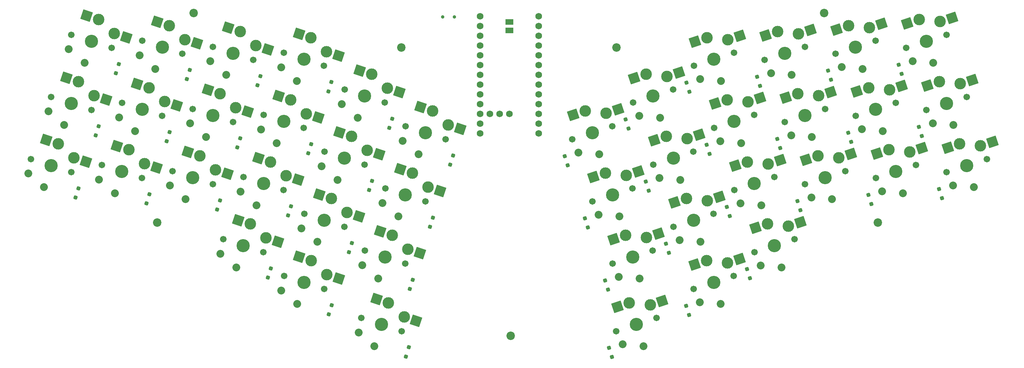
<source format=gbs>
G04 #@! TF.GenerationSoftware,KiCad,Pcbnew,8.0.4*
G04 #@! TF.CreationDate,2024-08-25T16:08:24+07:00*
G04 #@! TF.ProjectId,ozprey,6f7a7072-6579-42e6-9b69-6361645f7063,1.0*
G04 #@! TF.SameCoordinates,Original*
G04 #@! TF.FileFunction,Soldermask,Bot*
G04 #@! TF.FilePolarity,Negative*
%FSLAX46Y46*%
G04 Gerber Fmt 4.6, Leading zero omitted, Abs format (unit mm)*
G04 Created by KiCad (PCBNEW 8.0.4) date 2024-08-25 16:08:24*
%MOMM*%
%LPD*%
G01*
G04 APERTURE LIST*
G04 Aperture macros list*
%AMRoundRect*
0 Rectangle with rounded corners*
0 $1 Rounding radius*
0 $2 $3 $4 $5 $6 $7 $8 $9 X,Y pos of 4 corners*
0 Add a 4 corners polygon primitive as box body*
4,1,4,$2,$3,$4,$5,$6,$7,$8,$9,$2,$3,0*
0 Add four circle primitives for the rounded corners*
1,1,$1+$1,$2,$3*
1,1,$1+$1,$4,$5*
1,1,$1+$1,$6,$7*
1,1,$1+$1,$8,$9*
0 Add four rect primitives between the rounded corners*
20,1,$1+$1,$2,$3,$4,$5,0*
20,1,$1+$1,$4,$5,$6,$7,0*
20,1,$1+$1,$6,$7,$8,$9,0*
20,1,$1+$1,$8,$9,$2,$3,0*%
%AMRotRect*
0 Rectangle, with rotation*
0 The origin of the aperture is its center*
0 $1 length*
0 $2 width*
0 $3 Rotation angle, in degrees counterclockwise*
0 Add horizontal line*
21,1,$1,$2,0,0,$3*%
G04 Aperture macros list end*
%ADD10C,0.100000*%
%ADD11C,2.200000*%
%ADD12RotRect,2.600000X2.600000X18.000000*%
%ADD13C,2.032000*%
%ADD14C,1.701800*%
%ADD15C,3.000000*%
%ADD16C,3.429000*%
%ADD17RotRect,2.600000X2.600000X342.000000*%
%ADD18C,1.752600*%
%ADD19RoundRect,0.250000X0.160510X-0.315018X0.315018X0.160510X-0.160510X0.315018X-0.315018X-0.160510X0*%
%ADD20RoundRect,0.250000X0.315018X-0.160510X0.160510X0.315018X-0.315018X0.160510X-0.160510X-0.315018X0*%
%ADD21C,0.900000*%
G04 APERTURE END LIST*
D10*
G04 #@! TO.C,BATT1*
X149501074Y-58898230D02*
X147501074Y-58898230D01*
X147501074Y-57498230D01*
X149501074Y-57498230D01*
X149501074Y-58898230D01*
G36*
X149501074Y-58898230D02*
G01*
X147501074Y-58898230D01*
X147501074Y-57498230D01*
X149501074Y-57498230D01*
X149501074Y-58898230D01*
G37*
X149501074Y-56699672D02*
X147501074Y-56699672D01*
X147501074Y-55299672D01*
X149501074Y-55299672D01*
X149501074Y-56699672D01*
G36*
X149501074Y-56699672D02*
G01*
X147501074Y-56699672D01*
X147501074Y-55299672D01*
X149501074Y-55299672D01*
X149501074Y-56699672D01*
G37*
G04 #@! TD*
D11*
G04 #@! TO.C,H_M2_7*
X148894174Y-137724072D03*
G04 #@! TD*
G04 #@! TO.C,H_M2_6*
X244394174Y-108224072D03*
G04 #@! TD*
G04 #@! TO.C,H_M2_5*
X230394174Y-53724072D03*
G04 #@! TD*
G04 #@! TO.C,H_M2_4*
X176394174Y-62724072D03*
G04 #@! TD*
G04 #@! TO.C,H_M2_3*
X120394174Y-62724072D03*
G04 #@! TD*
G04 #@! TO.C,H_M2_2*
X56894174Y-108224072D03*
G04 #@! TD*
G04 #@! TO.C,H_M2_1*
X66394174Y-53724072D03*
G04 #@! TD*
D12*
G04 #@! TO.C,SW40*
X263701153Y-54956194D03*
D13*
X253408956Y-66238872D03*
X258813174Y-66691004D03*
D12*
X252036613Y-56433016D03*
D14*
X262220785Y-59380179D03*
D15*
X260586443Y-55968225D03*
D16*
X256989974Y-61079772D03*
D15*
X255151323Y-55420986D03*
D14*
X251759163Y-62779365D03*
G04 #@! TD*
D12*
G04 #@! TO.C,SW37*
X245284253Y-56524094D03*
D13*
X234992056Y-67806772D03*
X240396274Y-68258904D03*
D12*
X233619713Y-58000916D03*
D14*
X243803885Y-60948079D03*
D15*
X242169543Y-57536125D03*
D16*
X238573074Y-62647672D03*
D15*
X236734423Y-56988886D03*
D14*
X233342263Y-64347265D03*
G04 #@! TD*
D12*
G04 #@! TO.C,SW34*
X226867453Y-58091994D03*
D13*
X216575256Y-69374672D03*
X221979474Y-69826804D03*
D12*
X215202913Y-59568816D03*
D14*
X225387085Y-62515979D03*
D15*
X223752743Y-59104025D03*
D16*
X220156274Y-64215572D03*
D15*
X218317623Y-58556786D03*
D14*
X214925463Y-65915165D03*
G04 #@! TD*
D12*
G04 #@! TO.C,SW30*
X208450553Y-59659894D03*
D13*
X198158356Y-70942572D03*
X203562574Y-71394704D03*
D12*
X196786013Y-61136716D03*
D14*
X206970185Y-64083879D03*
D15*
X205335843Y-60671925D03*
D16*
X201739374Y-65783472D03*
D15*
X199900723Y-60124686D03*
D14*
X196508563Y-67483065D03*
G04 #@! TD*
D12*
G04 #@! TO.C,SW26*
X192629353Y-69216594D03*
D13*
X182337156Y-80499272D03*
X187741374Y-80951404D03*
D12*
X180964813Y-70693416D03*
D14*
X191148985Y-73640579D03*
D15*
X189514643Y-70228625D03*
D16*
X185918174Y-75340172D03*
D15*
X184079523Y-69681386D03*
D14*
X180687363Y-77039765D03*
G04 #@! TD*
D12*
G04 #@! TO.C,SW22*
X176808253Y-78773294D03*
D13*
X166516056Y-90055972D03*
X171920274Y-90508104D03*
D12*
X165143713Y-80250116D03*
D14*
X175327885Y-83197279D03*
D15*
X173693543Y-79785325D03*
D16*
X170097074Y-84896872D03*
D15*
X168258423Y-79238086D03*
D14*
X164866263Y-86596465D03*
G04 #@! TD*
D17*
G04 #@! TO.C,SW18*
X135752280Y-83887526D03*
D13*
X120793927Y-86965802D03*
X124900274Y-90508104D03*
D17*
X125447415Y-78226055D03*
D14*
X131954285Y-86596465D03*
D15*
X132637570Y-82875495D03*
D16*
X126723474Y-84896872D03*
D15*
X128562125Y-79238086D03*
D14*
X121492663Y-83197279D03*
G04 #@! TD*
D17*
G04 #@! TO.C,SW14*
X119931080Y-74330826D03*
D13*
X104972727Y-77409102D03*
X109079074Y-80951404D03*
D17*
X109626215Y-68669355D03*
D14*
X116133085Y-77039765D03*
D15*
X116816370Y-73318795D03*
D16*
X110902274Y-75340172D03*
D15*
X112740925Y-69681386D03*
D14*
X105671463Y-73640579D03*
G04 #@! TD*
D17*
G04 #@! TO.C,SW10*
X104109980Y-64774126D03*
D13*
X89151627Y-67852402D03*
X93257974Y-71394704D03*
D17*
X93805115Y-59112655D03*
D14*
X100311985Y-67483065D03*
D15*
X100995270Y-63762095D03*
D16*
X95081174Y-65783472D03*
D15*
X96919825Y-60124686D03*
D14*
X89850363Y-64083879D03*
G04 #@! TD*
D17*
G04 #@! TO.C,SW7*
X85693080Y-63206226D03*
D13*
X70734727Y-66284502D03*
X74841074Y-69826804D03*
D17*
X75388215Y-57544755D03*
D14*
X81895085Y-65915165D03*
D15*
X82578370Y-62194195D03*
D16*
X76664274Y-64215572D03*
D15*
X78502925Y-58556786D03*
D14*
X71433463Y-62515979D03*
G04 #@! TD*
D17*
G04 #@! TO.C,SW4*
X67276180Y-61638326D03*
D13*
X52317827Y-64716602D03*
X56424174Y-68258904D03*
D17*
X56971315Y-55976855D03*
D14*
X63478185Y-64347265D03*
D15*
X64161470Y-60626295D03*
D16*
X58247374Y-62647672D03*
D15*
X60086025Y-56988886D03*
D14*
X53016563Y-60948079D03*
G04 #@! TD*
D17*
G04 #@! TO.C,SW1*
X48859280Y-60070426D03*
D13*
X33900927Y-63148702D03*
X38007274Y-66691004D03*
D17*
X38554415Y-54408955D03*
D14*
X45061285Y-62779365D03*
D15*
X45744570Y-59058395D03*
D16*
X39830474Y-61079772D03*
D15*
X41669125Y-55420986D03*
D14*
X34599663Y-59380179D03*
G04 #@! TD*
D12*
G04 #@! TO.C,SW41*
X268954453Y-71124194D03*
D13*
X258662256Y-82406872D03*
X264066474Y-82859004D03*
D12*
X257289913Y-72601016D03*
D14*
X267474085Y-75548179D03*
D15*
X265839743Y-72136225D03*
D16*
X262243274Y-77247772D03*
D15*
X260404623Y-71588986D03*
D14*
X257012463Y-78947365D03*
G04 #@! TD*
D12*
G04 #@! TO.C,SW38*
X250537553Y-72692094D03*
D13*
X240245356Y-83974772D03*
X245649574Y-84426904D03*
D12*
X238873013Y-74168916D03*
D14*
X249057185Y-77116079D03*
D15*
X247422843Y-73704125D03*
D16*
X243826374Y-78815672D03*
D15*
X241987723Y-73156886D03*
D14*
X238595563Y-80515265D03*
G04 #@! TD*
D12*
G04 #@! TO.C,SW35*
X232120653Y-74259894D03*
D13*
X221828456Y-85542572D03*
X227232674Y-85994704D03*
D12*
X220456113Y-75736716D03*
D14*
X230640285Y-78683879D03*
D15*
X229005943Y-75271925D03*
D16*
X225409474Y-80383472D03*
D15*
X223570823Y-74724686D03*
D14*
X220178663Y-82083065D03*
G04 #@! TD*
D12*
G04 #@! TO.C,SW31*
X213703853Y-75827794D03*
D13*
X203411656Y-87110472D03*
X208815874Y-87562604D03*
D12*
X202039313Y-77304616D03*
D14*
X212223485Y-80251779D03*
D15*
X210589143Y-76839825D03*
D16*
X206992674Y-81951372D03*
D15*
X205154023Y-76292586D03*
D14*
X201761863Y-83650965D03*
G04 #@! TD*
D12*
G04 #@! TO.C,SW27*
X197882653Y-85384594D03*
D13*
X187590456Y-96667272D03*
X192994674Y-97119404D03*
D12*
X186218113Y-86861416D03*
D14*
X196402285Y-89808579D03*
D15*
X194767943Y-86396625D03*
D16*
X191171474Y-91508172D03*
D15*
X189332823Y-85849386D03*
D14*
X185940663Y-93207765D03*
G04 #@! TD*
D12*
G04 #@! TO.C,SW23*
X182061553Y-94941294D03*
D13*
X171769356Y-106223972D03*
X177173574Y-106676104D03*
D12*
X170397013Y-96418116D03*
D14*
X180581185Y-99365279D03*
D15*
X178946843Y-95953325D03*
D16*
X175350374Y-101064872D03*
D15*
X173511723Y-95406086D03*
D14*
X170119563Y-102764465D03*
G04 #@! TD*
D17*
G04 #@! TO.C,SW19*
X130498980Y-100055526D03*
D13*
X115540627Y-103133802D03*
X119646974Y-106676104D03*
D17*
X120194115Y-94394055D03*
D14*
X126700985Y-102764465D03*
D15*
X127384270Y-99043495D03*
D16*
X121470174Y-101064872D03*
D15*
X123308825Y-95406086D03*
D14*
X116239363Y-99365279D03*
G04 #@! TD*
D17*
G04 #@! TO.C,SW15*
X114677780Y-90498826D03*
D13*
X99719427Y-93577102D03*
X103825774Y-97119404D03*
D17*
X104372915Y-84837355D03*
D14*
X110879785Y-93207765D03*
D15*
X111563070Y-89486795D03*
D16*
X105648974Y-91508172D03*
D15*
X107487625Y-85849386D03*
D14*
X100418163Y-89808579D03*
G04 #@! TD*
D17*
G04 #@! TO.C,SW11*
X98856680Y-80942026D03*
D13*
X83898327Y-84020302D03*
X88004674Y-87562604D03*
D17*
X88551815Y-75280555D03*
D14*
X95058685Y-83650965D03*
D15*
X95741970Y-79929995D03*
D16*
X89827874Y-81951372D03*
D15*
X91666525Y-76292586D03*
D14*
X84597063Y-80251779D03*
G04 #@! TD*
D17*
G04 #@! TO.C,SW8*
X80439780Y-79374126D03*
D13*
X65481427Y-82452402D03*
X69587774Y-85994704D03*
D17*
X70134915Y-73712655D03*
D14*
X76641785Y-82083065D03*
D15*
X77325070Y-78362095D03*
D16*
X71410974Y-80383472D03*
D15*
X73249625Y-74724686D03*
D14*
X66180163Y-78683879D03*
G04 #@! TD*
D17*
G04 #@! TO.C,SW5*
X62022880Y-77806326D03*
D13*
X47064527Y-80884602D03*
X51170874Y-84426904D03*
D17*
X51718015Y-72144855D03*
D14*
X58224885Y-80515265D03*
D15*
X58908170Y-76794295D03*
D16*
X52994074Y-78815672D03*
D15*
X54832725Y-73156886D03*
D14*
X47763263Y-77116079D03*
G04 #@! TD*
D17*
G04 #@! TO.C,SW2*
X43605980Y-76238426D03*
D13*
X28647627Y-79316702D03*
X32753974Y-82859004D03*
D17*
X33301115Y-70576955D03*
D14*
X39807985Y-78947365D03*
D15*
X40491270Y-75226395D03*
D16*
X34577174Y-77247772D03*
D15*
X36415825Y-71588986D03*
D14*
X29346363Y-75548179D03*
G04 #@! TD*
D12*
G04 #@! TO.C,SW42*
X274207753Y-87292194D03*
D13*
X263915556Y-98574872D03*
X269319774Y-99027004D03*
D12*
X262543213Y-88769016D03*
D14*
X272727385Y-91716179D03*
D15*
X271093043Y-88304225D03*
D16*
X267496574Y-93415772D03*
D15*
X265657923Y-87756986D03*
D14*
X262265763Y-95115365D03*
G04 #@! TD*
D12*
G04 #@! TO.C,SW39*
X255790853Y-88859994D03*
D13*
X245498656Y-100142672D03*
X250902874Y-100594804D03*
D12*
X244126313Y-90336816D03*
D14*
X254310485Y-93283979D03*
D15*
X252676143Y-89872025D03*
D16*
X249079674Y-94983572D03*
D15*
X247241023Y-89324786D03*
D14*
X243848863Y-96683165D03*
G04 #@! TD*
D12*
G04 #@! TO.C,SW36*
X237373953Y-90427894D03*
D13*
X227081756Y-101710572D03*
X232485974Y-102162704D03*
D12*
X225709413Y-91904716D03*
D14*
X235893585Y-94851879D03*
D15*
X234259243Y-91439925D03*
D16*
X230662774Y-96551472D03*
D15*
X228824123Y-90892686D03*
D14*
X225431963Y-98251065D03*
G04 #@! TD*
D12*
G04 #@! TO.C,SW32*
X218957053Y-91995794D03*
D13*
X208664856Y-103278472D03*
X214069074Y-103730604D03*
D12*
X207292513Y-93472616D03*
D14*
X217476685Y-96419779D03*
D15*
X215842343Y-93007825D03*
D16*
X212245874Y-98119372D03*
D15*
X210407223Y-92460586D03*
D14*
X207015063Y-99818965D03*
G04 #@! TD*
D12*
G04 #@! TO.C,SW28*
X203135953Y-101552494D03*
D13*
X192843756Y-112835172D03*
X198247974Y-113287304D03*
D12*
X191471413Y-103029316D03*
D14*
X201655585Y-105976479D03*
D15*
X200021243Y-102564525D03*
D16*
X196424774Y-107676072D03*
D15*
X194586123Y-102017286D03*
D14*
X191193963Y-109375665D03*
G04 #@! TD*
D12*
G04 #@! TO.C,SW24*
X187314853Y-111109294D03*
D13*
X177022656Y-122391972D03*
X182426874Y-122844104D03*
D12*
X175650313Y-112586116D03*
D14*
X185834485Y-115533279D03*
D15*
X184200143Y-112121325D03*
D16*
X180603674Y-117232872D03*
D15*
X178765023Y-111574086D03*
D14*
X175372863Y-118932465D03*
G04 #@! TD*
D17*
G04 #@! TO.C,SW20*
X125245680Y-116223526D03*
D13*
X110287327Y-119301802D03*
X114393674Y-122844104D03*
D17*
X114940815Y-110562055D03*
D14*
X121447685Y-118932465D03*
D15*
X122130970Y-115211495D03*
D16*
X116216874Y-117232872D03*
D15*
X118055525Y-111574086D03*
D14*
X110986063Y-115533279D03*
G04 #@! TD*
D17*
G04 #@! TO.C,SW16*
X109424480Y-106666726D03*
D13*
X94466127Y-109745002D03*
X98572474Y-113287304D03*
D17*
X99119615Y-101005255D03*
D14*
X105626485Y-109375665D03*
D15*
X106309770Y-105654695D03*
D16*
X100395674Y-107676072D03*
D15*
X102234325Y-102017286D03*
D14*
X95164863Y-105976479D03*
G04 #@! TD*
D17*
G04 #@! TO.C,SW12*
X93603380Y-97110026D03*
D13*
X78645027Y-100188302D03*
X82751374Y-103730604D03*
D17*
X83298515Y-91448555D03*
D14*
X89805385Y-99818965D03*
D15*
X90488670Y-96097995D03*
D16*
X84574574Y-98119372D03*
D15*
X86413225Y-92460586D03*
D14*
X79343763Y-96419779D03*
G04 #@! TD*
D17*
G04 #@! TO.C,SW9*
X75186480Y-95542126D03*
D13*
X60228127Y-98620402D03*
X64334474Y-102162704D03*
D17*
X64881615Y-89880655D03*
D14*
X71388485Y-98251065D03*
D15*
X72071770Y-94530095D03*
D16*
X66157674Y-96551472D03*
D15*
X67996325Y-90892686D03*
D14*
X60926863Y-94851879D03*
G04 #@! TD*
D17*
G04 #@! TO.C,SW6*
X56769580Y-93974226D03*
D13*
X41811227Y-97052502D03*
X45917574Y-100594804D03*
D17*
X46464715Y-88312755D03*
D14*
X52971585Y-96683165D03*
D15*
X53654870Y-92962195D03*
D16*
X47740774Y-94983572D03*
D15*
X49579425Y-89324786D03*
D14*
X42509963Y-93283979D03*
G04 #@! TD*
D17*
G04 #@! TO.C,SW3*
X38352680Y-92406426D03*
D13*
X23394327Y-95484702D03*
X27500674Y-99027004D03*
D17*
X28047815Y-86744955D03*
D14*
X34554685Y-95115365D03*
D15*
X35237970Y-91394395D03*
D16*
X29323874Y-93415772D03*
D15*
X31162525Y-87756986D03*
D14*
X24093063Y-91716179D03*
G04 #@! TD*
D12*
G04 #@! TO.C,SW33*
X224210353Y-108163694D03*
D13*
X213918156Y-119446372D03*
X219322374Y-119898504D03*
D12*
X212545813Y-109640516D03*
D14*
X222729985Y-112587679D03*
D15*
X221095643Y-109175725D03*
D16*
X217499174Y-114287272D03*
D15*
X215660523Y-108628486D03*
D14*
X212268363Y-115986865D03*
G04 #@! TD*
D12*
G04 #@! TO.C,SW29*
X208389253Y-117720494D03*
D13*
X198097056Y-129003172D03*
X203501274Y-129455304D03*
D12*
X196724713Y-119197316D03*
D14*
X206908885Y-122144479D03*
D15*
X205274543Y-118732525D03*
D16*
X201678074Y-123844072D03*
D15*
X199839423Y-118185286D03*
D14*
X196447263Y-125543665D03*
G04 #@! TD*
D17*
G04 #@! TO.C,SW21*
X124272180Y-133782026D03*
D13*
X109313827Y-136860302D03*
X113420174Y-140402604D03*
D17*
X113967315Y-128120555D03*
D14*
X120474185Y-136490965D03*
D15*
X121157470Y-132769995D03*
D16*
X115243374Y-134791372D03*
D15*
X117082025Y-129132586D03*
D14*
X110012563Y-133091779D03*
G04 #@! TD*
D17*
G04 #@! TO.C,SW17*
X104171280Y-122834726D03*
D13*
X89212927Y-125913002D03*
X93319274Y-129455304D03*
D17*
X93866415Y-117173255D03*
D14*
X100373285Y-125543665D03*
D15*
X101056570Y-121822695D03*
D16*
X95142474Y-123844072D03*
D15*
X96981125Y-118185286D03*
D14*
X89911663Y-122144479D03*
G04 #@! TD*
D12*
G04 #@! TO.C,SW25*
X188288353Y-128667794D03*
D13*
X177996156Y-139950472D03*
X183400374Y-140402604D03*
D12*
X176623813Y-130144616D03*
D14*
X186807985Y-133091779D03*
D15*
X185173643Y-129679825D03*
D16*
X181577174Y-134791372D03*
D15*
X179738523Y-129132586D03*
D14*
X176346363Y-136490965D03*
G04 #@! TD*
D17*
G04 #@! TO.C,SW13*
X88350080Y-113277926D03*
D13*
X73391727Y-116356202D03*
X77498074Y-119898504D03*
D17*
X78045215Y-107616455D03*
D14*
X84552085Y-115986865D03*
D15*
X85235370Y-112265895D03*
D16*
X79321274Y-114287272D03*
D15*
X81159925Y-108628486D03*
D14*
X74090463Y-112587679D03*
G04 #@! TD*
D18*
G04 #@! TO.C,U1*
X156121074Y-54589672D03*
X148501074Y-79989672D03*
X145961074Y-79989672D03*
X143421074Y-79989672D03*
X140881074Y-54589672D03*
X156121074Y-57129672D03*
X156121074Y-59669672D03*
X156121074Y-62209672D03*
X156121074Y-64749672D03*
X156121074Y-67289672D03*
X156121074Y-69829672D03*
X156121074Y-72369672D03*
X156121074Y-74909672D03*
X156121074Y-77449672D03*
X156121074Y-79989672D03*
X156121074Y-82529672D03*
X156121074Y-85069672D03*
X140881074Y-85069672D03*
X140881074Y-82529672D03*
X140881074Y-79989672D03*
X140881074Y-77449672D03*
X140881074Y-74909672D03*
X140881074Y-72369672D03*
X140881074Y-69829672D03*
X140881074Y-67289672D03*
X140881074Y-64749672D03*
X140881074Y-62209672D03*
X140881074Y-59669672D03*
X140881074Y-57129672D03*
G04 #@! TD*
D19*
G04 #@! TO.C,D11*
X96974445Y-87878651D03*
X96201903Y-90256293D03*
G04 #@! TD*
D20*
G04 #@! TO.C,D39*
X241912403Y-101064251D03*
X242684945Y-103441893D03*
G04 #@! TD*
D19*
G04 #@! TO.C,D12*
X91721145Y-104046551D03*
X90948603Y-106424193D03*
G04 #@! TD*
G04 #@! TO.C,D10*
X102227645Y-71710651D03*
X101455103Y-74088293D03*
G04 #@! TD*
D20*
G04 #@! TO.C,D26*
X178750903Y-81420851D03*
X179523445Y-83798493D03*
G04 #@! TD*
G04 #@! TO.C,D24*
X173436303Y-123313451D03*
X174208845Y-125691093D03*
G04 #@! TD*
D19*
G04 #@! TO.C,D4*
X65393945Y-68574951D03*
X64621403Y-70952593D03*
G04 #@! TD*
D20*
G04 #@! TO.C,D25*
X174409803Y-140871951D03*
X175182345Y-143249593D03*
G04 #@! TD*
D19*
G04 #@! TO.C,D16*
X107542245Y-113603351D03*
X106769703Y-115980993D03*
G04 #@! TD*
G04 #@! TO.C,D17*
X102288945Y-129771251D03*
X101516403Y-132148893D03*
G04 #@! TD*
G04 #@! TO.C,D14*
X118048845Y-81267351D03*
X117276303Y-83644993D03*
G04 #@! TD*
D20*
G04 #@! TO.C,D32*
X205078603Y-104199951D03*
X205851145Y-106577593D03*
G04 #@! TD*
G04 #@! TO.C,D27*
X184004203Y-97588751D03*
X184776745Y-99966393D03*
G04 #@! TD*
G04 #@! TO.C,D38*
X236659103Y-84896251D03*
X237431645Y-87273893D03*
G04 #@! TD*
D19*
G04 #@! TO.C,D20*
X123363445Y-123160051D03*
X122590903Y-125537693D03*
G04 #@! TD*
G04 #@! TO.C,D21*
X122389845Y-140718551D03*
X121617303Y-143096193D03*
G04 #@! TD*
G04 #@! TO.C,D3*
X36470445Y-99342951D03*
X35697903Y-101720593D03*
G04 #@! TD*
D20*
G04 #@! TO.C,D37*
X231405803Y-68728351D03*
X232178345Y-71105993D03*
G04 #@! TD*
G04 #@! TO.C,D30*
X194572003Y-71864051D03*
X195344545Y-74241693D03*
G04 #@! TD*
D19*
G04 #@! TO.C,D9*
X73304245Y-102478751D03*
X72531703Y-104856393D03*
G04 #@! TD*
G04 #@! TO.C,D18*
X133869945Y-90824151D03*
X133097403Y-93201793D03*
G04 #@! TD*
G04 #@! TO.C,D2*
X41723745Y-83175051D03*
X40951203Y-85552693D03*
G04 #@! TD*
D20*
G04 #@! TO.C,D34*
X212988903Y-70296151D03*
X213761445Y-72673793D03*
G04 #@! TD*
G04 #@! TO.C,D42*
X260329303Y-99496351D03*
X261101845Y-101873993D03*
G04 #@! TD*
G04 #@! TO.C,D31*
X199825303Y-88032051D03*
X200597845Y-90409693D03*
G04 #@! TD*
D19*
G04 #@! TO.C,D13*
X86467845Y-120214551D03*
X85695303Y-122592193D03*
G04 #@! TD*
D20*
G04 #@! TO.C,D40*
X249822703Y-67160451D03*
X250595245Y-69538093D03*
G04 #@! TD*
G04 #@! TO.C,D41*
X255076003Y-83328451D03*
X255848545Y-85706093D03*
G04 #@! TD*
D19*
G04 #@! TO.C,D6*
X54887345Y-100910851D03*
X54114803Y-103288493D03*
G04 #@! TD*
D20*
G04 #@! TO.C,D29*
X194510703Y-129924651D03*
X195283245Y-132302293D03*
G04 #@! TD*
G04 #@! TO.C,D22*
X162929703Y-90977551D03*
X163702245Y-93355193D03*
G04 #@! TD*
G04 #@! TO.C,D33*
X210331903Y-120367951D03*
X211104445Y-122745593D03*
G04 #@! TD*
D19*
G04 #@! TO.C,D15*
X112795545Y-97435351D03*
X112023003Y-99812993D03*
G04 #@! TD*
D21*
G04 #@! TO.C,SW_PWR1*
X131215469Y-54769672D03*
X134215469Y-54769672D03*
G04 #@! TD*
D20*
G04 #@! TO.C,D28*
X189257403Y-113756751D03*
X190029945Y-116134393D03*
G04 #@! TD*
G04 #@! TO.C,D36*
X223495503Y-102632151D03*
X224268045Y-105009793D03*
G04 #@! TD*
G04 #@! TO.C,D23*
X168183003Y-107145551D03*
X168955545Y-109523193D03*
G04 #@! TD*
D19*
G04 #@! TO.C,D1*
X46976545Y-67006951D03*
X46204003Y-69384593D03*
G04 #@! TD*
D20*
G04 #@! TO.C,D35*
X218242203Y-86464151D03*
X219014745Y-88841793D03*
G04 #@! TD*
D19*
G04 #@! TO.C,D5*
X60139645Y-84742551D03*
X59367103Y-87120193D03*
G04 #@! TD*
G04 #@! TO.C,D7*
X83810845Y-70142751D03*
X83038303Y-72520393D03*
G04 #@! TD*
G04 #@! TO.C,D19*
X128616645Y-106992151D03*
X127844103Y-109369793D03*
G04 #@! TD*
G04 #@! TO.C,D8*
X78557545Y-86310751D03*
X77785003Y-88688393D03*
G04 #@! TD*
M02*

</source>
